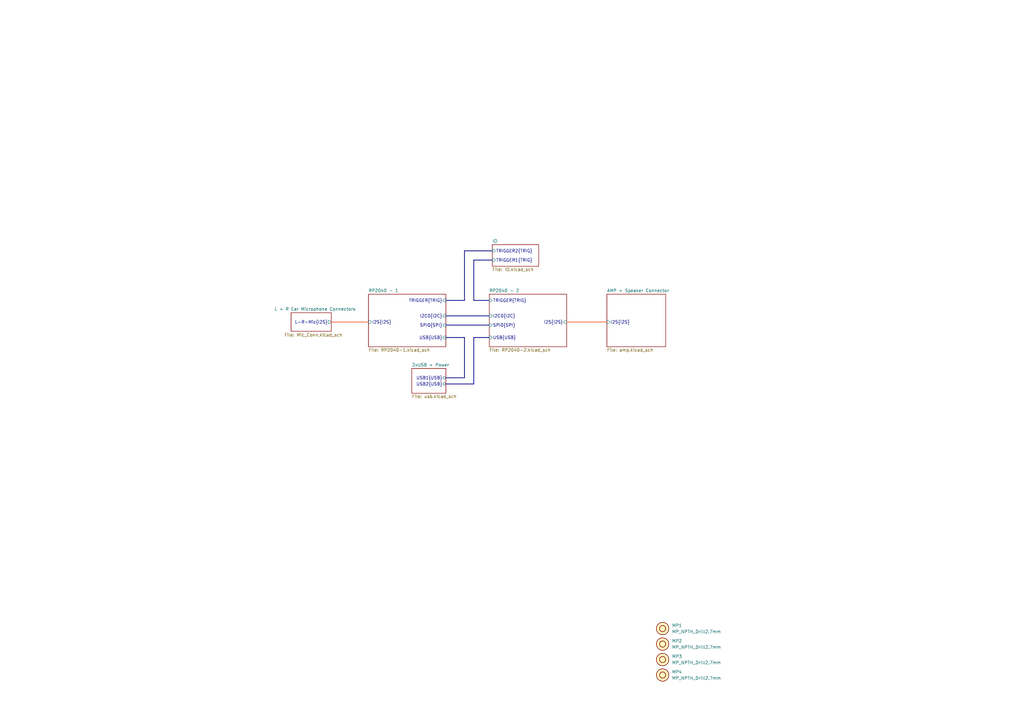
<source format=kicad_sch>
(kicad_sch (version 20231120) (generator "eeschema") (generator_version "8.0")
  (paper "A3")
  (title_block (title "Audio Latency Processing Board") (date "2025-01-20") (rev "1.2.0"))
  (lib_symbols
    (symbol "antmicroMechanicalParts:MP_NPTH_Drill2.7mm" (pin_names hide) (in_bom no)
      (property "Reference" "MP" (at 15.24 -5.08 0))
      (property "Value" "MP_NPTH_Drill2.7mm" (at 15.24 -7.62 0))
      (symbol "MP_NPTH_Drill2.7mm_1_1"
        (circle (center 0 0) (radius 1.27) (stroke (width 0.254)) (fill (type background)))
        (circle (center 0 0) (radius 2.54) (stroke (width 0.254)) (fill (type background)))
      )
    )
  )
  (bus_alias "I2C" (members "SDA" "SCL"))
  (bus_alias "I2S" (members "SD" "SCK" "WS"))
  (bus_alias "SPI" (members "MISO" "MOSI" "SCK" "~{CS1}" "~{CS0}"))
  (bus_alias "TRIG" (members "TRIG1" "TRIG2" "TRIG3" "TRIG4"))
  (bus (pts (xy 194.31 157.48) (xy 194.31 138.43)))
  (bus (pts (xy 135.89 132.08) (xy 151.13 132.08)) (stroke (width 0) (color 241 95 50 1)))
  (bus (pts (xy 190.5 154.94) (xy 190.5 138.43)))
  (bus (pts (xy 182.88 157.48) (xy 194.31 157.48)))
  (bus (pts (xy 194.31 106.68) (xy 201.93 106.68)))
  (bus (pts (xy 182.88 154.94) (xy 190.5 154.94)))
  (bus (pts (xy 182.88 123.19) (xy 190.5 123.19)))
  (bus (pts (xy 194.31 123.19) (xy 200.66 123.19)))
  (bus (pts (xy 182.88 133.35) (xy 200.66 133.35)))
  (bus (pts (xy 194.31 106.68) (xy 194.31 123.19)))
  (bus (pts (xy 190.5 138.43) (xy 182.88 138.43)))
  (bus (pts (xy 182.88 129.54) (xy 200.66 129.54)))
  (bus (pts (xy 194.31 138.43) (xy 200.66 138.43)))
  (bus (pts (xy 190.5 102.87) (xy 201.93 102.87)))
  (bus (pts (xy 232.41 132.08) (xy 248.92 132.08)) (stroke (width 0) (color 241 95 50 1)))
  (bus (pts (xy 190.5 123.19) (xy 190.5 102.87)))
  (symbol (lib_id "antmicroMechanicalParts:MP_NPTH_Drill2.7mm") (at 271.78 264.16 0) (unit 1) (in_bom no)
    (property "Reference" "MP2" (at 275.59 262.89 0) (effects (justify left)))
    (property "Value" "MP_NPTH_Drill2.7mm" (at 275.59 265.43 0) (effects (justify left)))
    (property "Footprint" "antmicro-footprints:MP_NPTH_Drill2.7mm" (effects (hide yes)))
    (property "Description" "Mechanical part" (effects (hide yes)))
    (property "Author" "Antmicro" (effects (hide yes)))
    (property "License" "Apache-2.0" (effects (hide yes)))
  )
  (symbol (lib_id "antmicroMechanicalParts:MP_NPTH_Drill2.7mm") (at 271.78 276.86 0) (unit 1) (in_bom no)
    (property "Reference" "MP4" (at 275.59 275.59 0) (effects (justify left)))
    (property "Value" "MP_NPTH_Drill2.7mm" (at 275.59 278.13 0) (effects (justify left)))
    (property "Footprint" "antmicro-footprints:MP_NPTH_Drill2.7mm" (effects (hide yes)))
    (property "Description" "Mechanical part" (effects (hide yes)))
    (property "Author" "Antmicro" (effects (hide yes)))
    (property "License" "Apache-2.0" (effects (hide yes)))
  )
  (symbol (lib_id "antmicroMechanicalParts:MP_NPTH_Drill2.7mm") (at 271.78 257.81 0) (unit 1) (in_bom no)
    (property "Reference" "MP1" (at 275.59 256.54 0) (effects (justify left)))
    (property "Value" "MP_NPTH_Drill2.7mm" (at 275.59 259.08 0) (effects (justify left)))
    (property "Footprint" "antmicro-footprints:MP_NPTH_Drill2.7mm" (effects (hide yes)))
    (property "Description" "Mechanical part" (effects (hide yes)))
    (property "Author" "Antmicro" (effects (hide yes)))
    (property "License" "Apache-2.0" (effects (hide yes)))
  )
  (symbol (lib_id "antmicroMechanicalParts:MP_NPTH_Drill2.7mm") (at 271.78 270.51 0) (unit 1) (in_bom no)
    (property "Reference" "MP3" (at 275.59 269.24 0) (effects (justify left)))
    (property "Value" "MP_NPTH_Drill2.7mm" (at 275.59 271.78 0) (effects (justify left)))
    (property "Footprint" "antmicro-footprints:MP_NPTH_Drill2.7mm" (effects (hide yes)))
    (property "Description" "Mechanical part" (effects (hide yes)))
    (property "Author" "Antmicro" (effects (hide yes)))
    (property "License" "Apache-2.0" (effects (hide yes)))
  )
  (sheet (at 151.13 120.65) (size 31.75 21.59) (stroke (width 0.1524))
    (property "Sheetname" "RP2040 - 1" (at 151.13 119.9384 0) (effects (justify left bottom)))
    (property "Sheetfile" "RP2040-1.kicad_sch" (at 151.13 142.8246 0) (effects (justify left top)))
    (pin "I2S{I2S}" input (at 151.13 132.08 180))
    (pin "TRIGGER{TRIG}" input (at 182.88 123.19 0))
    (pin "USB{USB}" input (at 182.88 138.43 0))
    (pin "I2C0{I2C}" input (at 182.88 129.54 0))
    (pin "SPI0{SPI}" input (at 182.88 133.35 0))
  )
  (sheet (at 201.93 100.33) (size 19.05 8.89) (stroke (width 0.1524))
    (property "Sheetname" "IO" (at 201.93 99.6184 0) (effects (justify left bottom)))
    (property "Sheetfile" "IO.kicad_sch" (at 201.93 109.8046 0) (effects (justify left top)))
    (pin "TRIGGER1{TRIG}" input (at 201.93 106.68 180))
    (pin "TRIGGER2{TRIG}" input (at 201.93 102.87 180))
  )
  (sheet (at 168.91 151.13) (size 13.97 10.16) (stroke (width 0.1524))
    (property "Sheetname" "2xUSB + Power" (at 168.91 150.4184 0) (effects (justify left bottom)))
    (property "Sheetfile" "usb.kicad_sch" (at 168.91 161.8746 0) (effects (justify left top)))
    (pin "USB2{USB}" bidirectional (at 182.88 157.48 0))
    (pin "USB1{USB}" bidirectional (at 182.88 154.94 0))
  )
  (sheet (at 248.92 120.65) (size 24.13 21.59) (stroke (width 0.1524))
    (property "Sheetname" "AMP + Speaker Connector" (at 248.92 119.9384 0) (effects (justify left bottom)))
    (property "Sheetfile" "amp.kicad_sch" (at 248.92 142.8246 0) (effects (justify left top)))
    (pin "I2S{I2S}" input (at 248.92 132.08 180))
  )
  (sheet (at 119.38 128.27) (size 16.51 7.62) (stroke (width 0.1524))
    (property "Sheetname" "L + R Ear Microphone Connectors" (at 112.522 127.508 0) (effects (justify left bottom)))
    (property "Sheetfile" "Mic_Conn.kicad_sch" (at 116.586 136.652 0) (effects (justify left top)))
    (pin "L-R-Mic{I2S}" output (at 135.89 132.08 0))
  )
  (sheet (at 200.66 120.65) (size 31.75 21.59) (stroke (width 0.1524))
    (property "Sheetname" "RP2040 - 2" (at 200.66 119.9384 0) (effects (justify left bottom)))
    (property "Sheetfile" "RP2040-2.kicad_sch" (at 200.66 142.8246 0) (effects (justify left top)))
    (pin "TRIGGER{TRIG}" input (at 200.66 123.19 180))
    (pin "USB{USB}" input (at 200.66 138.43 180))
    (pin "I2S{I2S}" input (at 232.41 132.08 0))
    (pin "I2C0{I2C}" input (at 200.66 129.54 180))
    (pin "SPI0{SPI}" input (at 200.66 133.35 180))
  )
)
</source>
